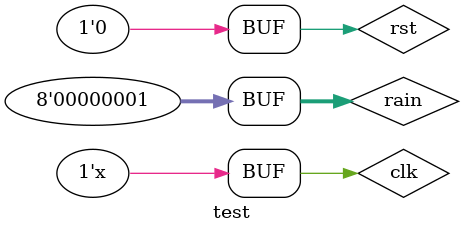
<source format=v>
`timescale 1ns / 1ps


module test;

	// Inputs
	reg clk;
	reg rst;
	reg [7:0] rain;

	// Outputs
	wire [7:0] out;
	wire [7:0] now;

	// Instantiate the Unit Under Test (UUT)
	Reservoir_top uut (
		.clk(clk), 
		.rst(rst), 
		.rain(rain), 
		.out(out), 
		.now(now)
	);
	always begin 
		#5 clk = ~clk;			
	end
	initial begin
		// Initialize Inputs
		clk = 0;
		rst = 1;
		rain = 0;
		// Wait 100 ns for global reset to finish
		#10;
        
		// Add stimulus here
		rst = 0;
		rain = 1;
		#10;
		
		rain = 1;
		#10;
		
		rain = 3;
		#10;
		
		rain = 1;
		#10;
		
		rain = 5;
		#10;
		
		rain = 1;
		#10;
		
		rain = 1;
		#10;
		
		rain = 3;
		#10;
		
		rain = 1;
		#10;
		
		rain = 5;
		#10;
		
		rain = 1;
		#10;
		
		rain = 1;
		#10;

	end
      
endmodule


</source>
